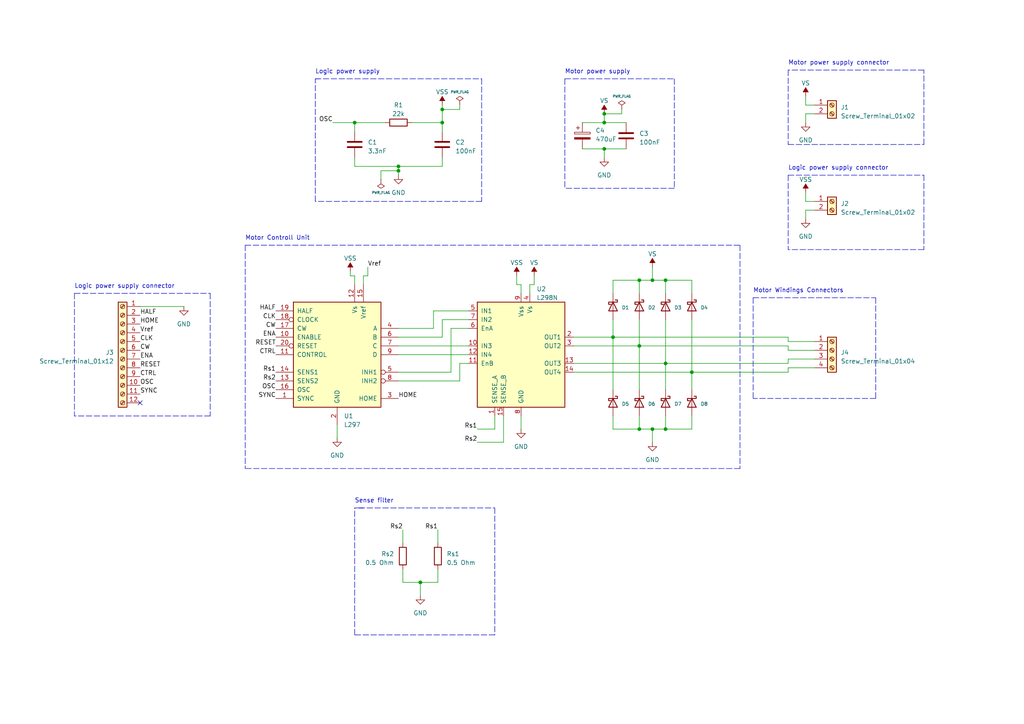
<source format=kicad_sch>
(kicad_sch (version 20230121) (generator eeschema)
  (paper "A4")
  (title_block (title "Stepper Motor Controller") (date "2023-04-17") (rev "REV1") (company "Tralalala"))
  (lib_symbols
    (symbol "Connector:Screw_Terminal_01x02" (pin_names (offset 1.016) hide)
      (property "Reference" "J" (at 0 2.54 0))
      (property "Value" "Screw_Terminal_01x02" (at 0 -5.08 0))
      (symbol "Screw_Terminal_01x02_1_1"
        (rectangle (start -1.27 1.27) (end 1.27 -3.81) (stroke (width 0.254)) (fill (type background)))
        (circle (center 0 -2.54) (radius 0.635) (stroke (width 0.1524)))
        (polyline (pts (xy -0.5334 -2.2098) (xy 0.3302 -3.048)) (stroke (width 0.1524)))
        (polyline (pts (xy -0.5334 0.3302) (xy 0.3302 -0.508)) (stroke (width 0.1524)))
        (polyline (pts (xy -0.3556 -2.032) (xy 0.508 -2.8702)) (stroke (width 0.1524)))
        (polyline (pts (xy -0.3556 0.508) (xy 0.508 -0.3302)) (stroke (width 0.1524)))
        (circle (center 0 0) (radius 0.635) (stroke (width 0.1524)))
        (pin passive line (at -5.08 0 0) (length 3.81) (name "Pin_1") (number "1"))
        (pin passive line (at -5.08 -2.54 0) (length 3.81) (name "Pin_2") (number "2"))
      )
    )
    (symbol "Connector:Screw_Terminal_01x04" (pin_names (offset 1.016) hide)
      (property "Reference" "J" (at 0 5.08 0))
      (property "Value" "Screw_Terminal_01x04" (at 0 -7.62 0))
      (symbol "Screw_Terminal_01x04_1_1"
        (rectangle (start -1.27 3.81) (end 1.27 -6.35) (stroke (width 0.254)) (fill (type background)))
        (circle (center 0 -5.08) (radius 0.635) (stroke (width 0.1524)))
        (circle (center 0 -2.54) (radius 0.635) (stroke (width 0.1524)))
        (polyline (pts (xy -0.5334 -4.7498) (xy 0.3302 -5.588)) (stroke (width 0.1524)))
        (polyline (pts (xy -0.5334 -2.2098) (xy 0.3302 -3.048)) (stroke (width 0.1524)))
        (polyline (pts (xy -0.5334 0.3302) (xy 0.3302 -0.508)) (stroke (width 0.1524)))
        (polyline (pts (xy -0.5334 2.8702) (xy 0.3302 2.032)) (stroke (width 0.1524)))
        (polyline (pts (xy -0.3556 -4.572) (xy 0.508 -5.4102)) (stroke (width 0.1524)))
        (polyline (pts (xy -0.3556 -2.032) (xy 0.508 -2.8702)) (stroke (width 0.1524)))
        (polyline (pts (xy -0.3556 0.508) (xy 0.508 -0.3302)) (stroke (width 0.1524)))
        (polyline (pts (xy -0.3556 3.048) (xy 0.508 2.2098)) (stroke (width 0.1524)))
        (circle (center 0 0) (radius 0.635) (stroke (width 0.1524)))
        (circle (center 0 2.54) (radius 0.635) (stroke (width 0.1524)))
        (pin passive line (at -5.08 2.54 0) (length 3.81) (name "Pin_1") (number "1"))
        (pin passive line (at -5.08 0 0) (length 3.81) (name "Pin_2") (number "2"))
        (pin passive line (at -5.08 -2.54 0) (length 3.81) (name "Pin_3") (number "3"))
        (pin passive line (at -5.08 -5.08 0) (length 3.81) (name "Pin_4") (number "4"))
      )
    )
    (symbol "Connector:Screw_Terminal_01x12" (pin_names (offset 1.016) hide)
      (property "Reference" "J" (at 0 15.24 0))
      (property "Value" "Screw_Terminal_01x12" (at 0 -17.78 0))
      (symbol "Screw_Terminal_01x12_1_1"
        (rectangle (start -1.27 13.97) (end 1.27 -16.51) (stroke (width 0.254)) (fill (type background)))
        (circle (center 0 -15.24) (radius 0.635) (stroke (width 0.1524)))
        (circle (center 0 -12.7) (radius 0.635) (stroke (width 0.1524)))
        (circle (center 0 -10.16) (radius 0.635) (stroke (width 0.1524)))
        (circle (center 0 -7.62) (radius 0.635) (stroke (width 0.1524)))
        (circle (center 0 -5.08) (radius 0.635) (stroke (width 0.1524)))
        (circle (center 0 -2.54) (radius 0.635) (stroke (width 0.1524)))
        (polyline (pts (xy -0.5334 -14.9098) (xy 0.3302 -15.748)) (stroke (width 0.1524)))
        (polyline (pts (xy -0.5334 -12.3698) (xy 0.3302 -13.208)) (stroke (width 0.1524)))
        (polyline (pts (xy -0.5334 -9.8298) (xy 0.3302 -10.668)) (stroke (width 0.1524)))
        (polyline (pts (xy -0.5334 -7.2898) (xy 0.3302 -8.128)) (stroke (width 0.1524)))
        (polyline (pts (xy -0.5334 -4.7498) (xy 0.3302 -5.588)) (stroke (width 0.1524)))
        (polyline (pts (xy -0.5334 -2.2098) (xy 0.3302 -3.048)) (stroke (width 0.1524)))
        (polyline (pts (xy -0.5334 0.3302) (xy 0.3302 -0.508)) (stroke (width 0.1524)))
        (polyline (pts (xy -0.5334 2.8702) (xy 0.3302 2.032)) (stroke (width 0.1524)))
        (polyline (pts (xy -0.5334 5.4102) (xy 0.3302 4.572)) (stroke (width 0.1524)))
        (polyline (pts (xy -0.5334 7.9502) (xy 0.3302 7.112)) (stroke (width 0.1524)))
        (polyline (pts (xy -0.5334 10.4902) (xy 0.3302 9.652)) (stroke (width 0.1524)))
        (polyline (pts (xy -0.5334 13.0302) (xy 0.3302 12.192)) (stroke (width 0.1524)))
        (polyline (pts (xy -0.3556 -14.732) (xy 0.508 -15.5702)) (stroke (width 0.1524)))
        (polyline (pts (xy -0.3556 -12.192) (xy 0.508 -13.0302)) (stroke (width 0.1524)))
        (polyline (pts (xy -0.3556 -9.652) (xy 0.508 -10.4902)) (stroke (width 0.1524)))
        (polyline (pts (xy -0.3556 -7.112) (xy 0.508 -7.9502)) (stroke (width 0.1524)))
        (polyline (pts (xy -0.3556 -4.572) (xy 0.508 -5.4102)) (stroke (width 0.1524)))
        (polyline (pts (xy -0.3556 -2.032) (xy 0.508 -2.8702)) (stroke (width 0.1524)))
        (polyline (pts (xy -0.3556 0.508) (xy 0.508 -0.3302)) (stroke (width 0.1524)))
        (polyline (pts (xy -0.3556 3.048) (xy 0.508 2.2098)) (stroke (width 0.1524)))
        (polyline (pts (xy -0.3556 5.588) (xy 0.508 4.7498)) (stroke (width 0.1524)))
        (polyline (pts (xy -0.3556 8.128) (xy 0.508 7.2898)) (stroke (width 0.1524)))
        (polyline (pts (xy -0.3556 10.668) (xy 0.508 9.8298)) (stroke (width 0.1524)))
        (polyline (pts (xy -0.3556 13.208) (xy 0.508 12.3698)) (stroke (width 0.1524)))
        (circle (center 0 0) (radius 0.635) (stroke (width 0.1524)))
        (circle (center 0 2.54) (radius 0.635) (stroke (width 0.1524)))
        (circle (center 0 5.08) (radius 0.635) (stroke (width 0.1524)))
        (circle (center 0 7.62) (radius 0.635) (stroke (width 0.1524)))
        (circle (center 0 10.16) (radius 0.635) (stroke (width 0.1524)))
        (circle (center 0 12.7) (radius 0.635) (stroke (width 0.1524)))
        (pin passive line (at -5.08 12.7 0) (length 3.81) (name "Pin_1") (number "1"))
        (pin passive line (at -5.08 -10.16 0) (length 3.81) (name "Pin_10") (number "10"))
        (pin passive line (at -5.08 -12.7 0) (length 3.81) (name "Pin_11") (number "11"))
        (pin passive line (at -5.08 -15.24 0) (length 3.81) (name "Pin_12") (number "12"))
        (pin passive line (at -5.08 10.16 0) (length 3.81) (name "Pin_2") (number "2"))
        (pin passive line (at -5.08 7.62 0) (length 3.81) (name "Pin_3") (number "3"))
        (pin passive line (at -5.08 5.08 0) (length 3.81) (name "Pin_4") (number "4"))
        (pin passive line (at -5.08 2.54 0) (length 3.81) (name "Pin_5") (number "5"))
        (pin passive line (at -5.08 0 0) (length 3.81) (name "Pin_6") (number "6"))
        (pin passive line (at -5.08 -2.54 0) (length 3.81) (name "Pin_7") (number "7"))
        (pin passive line (at -5.08 -5.08 0) (length 3.81) (name "Pin_8") (number "8"))
        (pin passive line (at -5.08 -7.62 0) (length 3.81) (name "Pin_9") (number "9"))
      )
    )
    (symbol "Device:C" (pin_numbers hide) (pin_names (offset 0.254))
      (property "Reference" "C" (at 0.635 2.54 0))
      (property "Value" "C" (at 0.635 -2.54 0))
      (symbol "C_0_1"
        (polyline (pts (xy -2.032 -0.762) (xy 2.032 -0.762)) (stroke (width 0.508)))
        (polyline (pts (xy -2.032 0.762) (xy 2.032 0.762)) (stroke (width 0.508)))
      )
      (symbol "C_1_1"
        (pin passive line (at 0 3.81 270) (length 2.794) (name "~") (number "1"))
        (pin passive line (at 0 -3.81 90) (length 2.794) (name "~") (number "2"))
      )
    )
    (symbol "Device:C_Polarized" (pin_numbers hide) (pin_names (offset 0.254))
      (property "Reference" "C" (at 0.635 2.54 0))
      (property "Value" "C_Polarized" (at 0.635 -2.54 0))
      (symbol "C_Polarized_0_1"
        (rectangle (start -2.286 0.508) (end 2.286 1.016))
        (polyline (pts (xy -1.778 2.286) (xy -0.762 2.286)))
        (polyline (pts (xy -1.27 2.794) (xy -1.27 1.778)))
        (rectangle (start 2.286 -0.508) (end -2.286 -1.016) (fill (type outline)))
      )
      (symbol "C_Polarized_1_1"
        (pin passive line (at 0 3.81 270) (length 2.794) (name "~") (number "1"))
        (pin passive line (at 0 -3.81 90) (length 2.794) (name "~") (number "2"))
      )
    )
    (symbol "Device:D_Schottky" (pin_numbers hide) (pin_names (offset 1.016) hide)
      (property "Reference" "D" (at 0 2.54 0))
      (property "Value" "D_Schottky" (at 0 -2.54 0))
      (symbol "D_Schottky_0_1"
        (polyline (pts (xy 1.27 0) (xy -1.27 0)))
        (polyline (pts (xy 1.27 1.27) (xy 1.27 -1.27) (xy -1.27 0) (xy 1.27 1.27)) (stroke (width 0.254)))
        (polyline (pts (xy -1.905 0.635) (xy -1.905 1.27) (xy -1.27 1.27) (xy -1.27 -1.27) (xy -0.635 -1.27) (xy -0.635 -0.635)) (stroke (width 0.254)))
      )
      (symbol "D_Schottky_1_1"
        (pin passive line (at -3.81 0 0) (length 2.54) (name "K") (number "1"))
        (pin passive line (at 3.81 0 180) (length 2.54) (name "A") (number "2"))
      )
    )
    (symbol "Device:R" (pin_numbers hide) (pin_names (offset 0))
      (property "Reference" "R" (at 2.032 0 90))
      (property "Value" "R" (at 0 0 90))
      (symbol "R_0_1"
        (rectangle (start -1.016 -2.54) (end 1.016 2.54) (stroke (width 0.254)))
      )
      (symbol "R_1_1"
        (pin passive line (at 0 3.81 270) (length 1.27) (name "~") (number "1"))
        (pin passive line (at 0 -3.81 90) (length 1.27) (name "~") (number "2"))
      )
    )
    (symbol "Driver_Motor:L297" (pin_names (offset 1.016))
      (property "Reference" "U" (at -6.35 19.05 0))
      (property "Value" "L297" (at -6.35 16.51 0))
      (symbol "L297_0_1"
        (rectangle (start -12.7 15.24) (end 12.7 -15.24) (stroke (width 0.254)) (fill (type background)))
      )
      (symbol "L297_1_0"
        (pin input line (at -17.78 0 0) (length 5.08) (name "CONTROL") (number "11"))
        (pin power_in line (at 5.08 20.32 270) (length 5.08) (name "Vs") (number "12"))
        (pin input line (at -17.78 -7.62 0) (length 5.08) (name "SENS2") (number "13"))
        (pin input line (at -17.78 -5.08 0) (length 5.08) (name "SENS1") (number "14"))
        (pin input line (at 7.62 20.32 270) (length 5.08) (name "Vref") (number "15"))
        (pin input line (at -17.78 -10.16 0) (length 5.08) (name "OSC") (number "16"))
        (pin input line (at -17.78 7.62 0) (length 5.08) (name "CW") (number "17"))
        (pin input inverted (at -17.78 10.16 0) (length 5.08) (name "CLOCK") (number "18"))
        (pin input line (at -17.78 12.7 0) (length 5.08) (name "HALF") (number "19"))
        (pin input inverted (at -17.78 2.54 0) (length 5.08) (name "RESET") (number "20"))
      )
      (symbol "L297_1_1"
        (pin bidirectional line (at -17.78 -12.7 0) (length 5.08) (name "SYNC") (number "1"))
        (pin input line (at -17.78 5.08 0) (length 5.08) (name "ENABLE") (number "10"))
        (pin power_in line (at 0 -20.32 90) (length 5.08) (name "GND") (number "2"))
        (pin open_collector line (at 17.78 -12.7 180) (length 5.08) (name "HOME") (number "3"))
        (pin output line (at 17.78 7.62 180) (length 5.08) (name "A") (number "4"))
        (pin output inverted (at 17.78 -5.08 180) (length 5.08) (name "INH1") (number "5"))
        (pin output line (at 17.78 5.08 180) (length 5.08) (name "B") (number "6"))
        (pin output line (at 17.78 2.54 180) (length 5.08) (name "C") (number "7"))
        (pin output inverted (at 17.78 -7.62 180) (length 5.08) (name "INH2") (number "8"))
        (pin output line (at 17.78 0 180) (length 5.08) (name "D") (number "9"))
      )
    )
    (symbol "Driver_Motor:L298N" (pin_names (offset 1.016))
      (property "Reference" "U" (at -10.16 16.51 0))
      (property "Value" "L298N" (at 12.7 16.51 0))
      (symbol "L298N_0_1"
        (rectangle (start -12.7 15.24) (end 12.7 -15.24) (stroke (width 0.254)) (fill (type background)))
      )
      (symbol "L298N_1_1"
        (pin power_in line (at -7.62 -17.78 90) (length 2.54) (name "SENSE_A") (number "1"))
        (pin input line (at -15.24 2.54 0) (length 2.54) (name "IN3") (number "10"))
        (pin input line (at -15.24 -2.54 0) (length 2.54) (name "EnB") (number "11"))
        (pin input line (at -15.24 0 0) (length 2.54) (name "IN4") (number "12"))
        (pin output line (at 15.24 -2.54 180) (length 2.54) (name "OUT3") (number "13"))
        (pin output line (at 15.24 -5.08 180) (length 2.54) (name "OUT4") (number "14"))
        (pin power_in line (at -5.08 -17.78 90) (length 2.54) (name "SENSE_B") (number "15"))
        (pin output line (at 15.24 5.08 180) (length 2.54) (name "OUT1") (number "2"))
        (pin output line (at 15.24 2.54 180) (length 2.54) (name "OUT2") (number "3"))
        (pin power_in line (at 2.54 17.78 270) (length 2.54) (name "Vs") (number "4"))
        (pin input line (at -15.24 12.7 0) (length 2.54) (name "IN1") (number "5"))
        (pin input line (at -15.24 7.62 0) (length 2.54) (name "EnA") (number "6"))
        (pin input line (at -15.24 10.16 0) (length 2.54) (name "IN2") (number "7"))
        (pin power_in line (at 0 -17.78 90) (length 2.54) (name "GND") (number "8"))
        (pin power_in line (at 0 17.78 270) (length 2.54) (name "Vss") (number "9"))
      )
    )
    (symbol "power:GND" (power) (pin_names (offset 0))
      (property "Value" "GND" (at 0 -3.81 0))
      (symbol "GND_0_1"
        (polyline (pts (xy 0 0) (xy 0 -1.27) (xy 1.27 -1.27) (xy 0 -2.54) (xy -1.27 -1.27) (xy 0 -1.27)))
      )
      (symbol "GND_1_1"
        (pin power_in line (at 0 0 270) (length 0) hide (name "GND") (number "1"))
      )
    )
    (symbol "power:PWR_FLAG" (power) (pin_numbers hide) (pin_names (offset 0) hide)
      (property "Value" "PWR_FLAG" (at 0 3.81 0))
      (symbol "PWR_FLAG_0_0"
        (pin power_out line (at 0 0 90) (length 0) (name "pwr") (number "1"))
      )
      (symbol "PWR_FLAG_0_1"
        (polyline (pts (xy 0 0) (xy 0 1.27) (xy -1.016 1.905) (xy 0 2.54) (xy 1.016 1.905) (xy 0 1.27)))
      )
    )
    (symbol "power:VS" (power) (pin_names (offset 0))
      (property "Value" "VS" (at 0 3.81 0))
      (symbol "VS_0_1"
        (polyline (pts (xy 0 0) (xy 0 2.54)))
        (polyline (pts (xy 0.762 1.27) (xy -0.762 1.27) (xy 0 2.54) (xy 0.762 1.27)) (fill (type outline)))
      )
      (symbol "VS_1_1"
        (pin power_in line (at 0 0 90) (length 0) hide (name "VS") (number "1"))
      )
    )
    (symbol "power:VSS" (power) (pin_names (offset 0))
      (property "Value" "VSS" (at 0 3.81 0))
      (symbol "VSS_0_1"
        (polyline (pts (xy 0 0) (xy 0 2.54)))
        (polyline (pts (xy 0.762 1.27) (xy -0.762 1.27) (xy 0 2.54) (xy 0.762 1.27)) (fill (type outline)))
      )
      (symbol "VSS_1_1"
        (pin power_in line (at 0 0 90) (length 0) hide (name "VSS") (number "1"))
      )
    )
  )
  (junction (at 193.04 81.28))
  (junction (at 177.8 97.79))
  (junction (at 175.26 35.56))
  (junction (at 185.42 81.28))
  (junction (at 121.92 168.91))
  (junction (at 115.57 48.26))
  (junction (at 128.27 35.56))
  (junction (at 193.04 124.46))
  (junction (at 175.26 33.02))
  (junction (at 102.87 35.56))
  (junction (at 189.23 81.28))
  (junction (at 185.42 124.46))
  (junction (at 189.23 124.46))
  (junction (at 115.57 49.53))
  (junction (at 193.04 105.41))
  (junction (at 175.26 43.18))
  (junction (at 200.66 107.95))
  (junction (at 185.42 100.33))
  (junction (at 128.27 31.75))
  (no_connect (at 40.64 116.84))
  (wire (pts (xy 177.8 124.46) (xy 177.8 120.65)))
  (wire (pts (xy 151.13 82.55) (xy 151.13 85.09)))
  (wire (pts (xy 200.66 107.95) (xy 228.6 107.95)))
  (wire (pts (xy 130.81 107.95) (xy 130.81 95.25)))
  (polyline (pts (xy 267.97 41.91) (xy 267.97 20.32)) (stroke (width 0) (type dash)))
  (wire (pts (xy 166.37 107.95) (xy 200.66 107.95)))
  (wire (pts (xy 189.23 77.47) (xy 189.23 81.28)))
  (polyline (pts (xy 91.44 22.86) (xy 139.7 22.86)) (stroke (width 0) (type dash)))
  (polyline (pts (xy 71.12 71.12) (xy 71.12 135.89)) (stroke (width 0) (type dash)))
  (wire (pts (xy 175.26 35.56) (xy 181.61 35.56)))
  (polyline (pts (xy 228.6 50.8) (xy 267.97 50.8)) (stroke (width 0) (type dash)))
  (wire (pts (xy 143.51 120.65) (xy 143.51 124.46)))
  (wire (pts (xy 110.49 52.07) (xy 110.49 49.53)))
  (wire (pts (xy 133.35 30.48) (xy 133.35 31.75)))
  (polyline (pts (xy 102.87 184.15) (xy 102.87 147.32)) (stroke (width 0) (type dash)))
  (wire (pts (xy 180.34 31.75) (xy 180.34 33.02)))
  (wire (pts (xy 102.87 48.26) (xy 115.57 48.26)))
  (polyline (pts (xy 139.7 58.42) (xy 91.44 58.42)) (stroke (width 0) (type dash)))
  (wire (pts (xy 130.81 95.25) (xy 135.89 95.25)))
  (polyline (pts (xy 102.87 147.32) (xy 105.41 147.32)))
  (wire (pts (xy 128.27 31.75) (xy 128.27 35.56)))
  (wire (pts (xy 166.37 97.79) (xy 177.8 97.79)))
  (wire (pts (xy 105.41 80.01) (xy 105.41 82.55)))
  (wire (pts (xy 200.66 81.28) (xy 200.66 85.09)))
  (wire (pts (xy 97.79 123.19) (xy 97.79 127)))
  (wire (pts (xy 185.42 100.33) (xy 228.6 100.33)))
  (wire (pts (xy 177.8 97.79) (xy 177.8 113.03)))
  (wire (pts (xy 110.49 49.53) (xy 115.57 49.53)))
  (wire (pts (xy 115.57 100.33) (xy 135.89 100.33)))
  (wire (pts (xy 128.27 92.71) (xy 135.89 92.71)))
  (wire (pts (xy 115.57 48.26) (xy 128.27 48.26)))
  (polyline (pts (xy 21.59 85.09) (xy 21.59 120.65)) (stroke (width 0) (type dash)))
  (wire (pts (xy 154.94 82.55) (xy 153.67 82.55)))
  (wire (pts (xy 166.37 100.33) (xy 185.42 100.33)))
  (polyline (pts (xy 60.96 85.09) (xy 60.96 120.65)) (stroke (width 0) (type dash)))
  (wire (pts (xy 233.68 30.48) (xy 236.22 30.48)))
  (wire (pts (xy 115.57 48.26) (xy 115.57 49.53)))
  (polyline (pts (xy 163.83 22.86) (xy 163.83 54.61)) (stroke (width 0) (type dash)))
  (polyline (pts (xy 91.44 58.42) (xy 91.44 22.86)) (stroke (width 0) (type dash)))
  (polyline (pts (xy 71.12 71.12) (xy 214.63 71.12)) (stroke (width 0) (type dash)))
  (wire (pts (xy 228.6 100.33) (xy 228.6 101.6)))
  (wire (pts (xy 154.94 80.01) (xy 154.94 82.55)))
  (wire (pts (xy 233.68 58.42) (xy 233.68 55.88)))
  (wire (pts (xy 116.84 165.1) (xy 116.84 168.91)))
  (wire (pts (xy 116.84 168.91) (xy 121.92 168.91)))
  (polyline (pts (xy 254 115.57) (xy 218.44 115.57)) (stroke (width 0) (type dash)))
  (wire (pts (xy 228.6 97.79) (xy 228.6 99.06)))
  (wire (pts (xy 228.6 106.68) (xy 236.22 106.68)))
  (wire (pts (xy 166.37 105.41) (xy 193.04 105.41)))
  (wire (pts (xy 149.86 82.55) (xy 151.13 82.55)))
  (wire (pts (xy 228.6 99.06) (xy 236.22 99.06)))
  (wire (pts (xy 127 165.1) (xy 127 168.91)))
  (wire (pts (xy 115.57 102.87) (xy 135.89 102.87)))
  (wire (pts (xy 228.6 101.6) (xy 236.22 101.6)))
  (wire (pts (xy 168.91 43.18) (xy 175.26 43.18)))
  (wire (pts (xy 236.22 58.42) (xy 233.68 58.42)))
  (wire (pts (xy 200.66 124.46) (xy 193.04 124.46)))
  (polyline (pts (xy 139.7 22.86) (xy 139.7 58.42)) (stroke (width 0) (type dash)))
  (wire (pts (xy 102.87 35.56) (xy 102.87 38.1)))
  (wire (pts (xy 236.22 33.02) (xy 233.68 33.02)))
  (wire (pts (xy 175.26 43.18) (xy 181.61 43.18)))
  (polyline (pts (xy 218.44 86.36) (xy 254 86.36)) (stroke (width 0) (type dash)))
  (wire (pts (xy 177.8 92.71) (xy 177.8 97.79)))
  (wire (pts (xy 200.66 92.71) (xy 200.66 107.95)))
  (wire (pts (xy 185.42 124.46) (xy 177.8 124.46)))
  (wire (pts (xy 193.04 105.41) (xy 193.04 113.03)))
  (wire (pts (xy 193.04 120.65) (xy 193.04 124.46)))
  (wire (pts (xy 185.42 81.28) (xy 189.23 81.28)))
  (wire (pts (xy 121.92 168.91) (xy 121.92 172.72)))
  (wire (pts (xy 138.43 124.46) (xy 143.51 124.46)))
  (wire (pts (xy 115.57 110.49) (xy 133.35 110.49)))
  (wire (pts (xy 189.23 124.46) (xy 189.23 128.27)))
  (wire (pts (xy 228.6 104.14) (xy 236.22 104.14)))
  (polyline (pts (xy 218.44 86.36) (xy 218.44 115.57)) (stroke (width 0) (type dash)))
  (wire (pts (xy 233.68 60.96) (xy 233.68 63.5)))
  (wire (pts (xy 115.57 95.25) (xy 125.73 95.25)))
  (polyline (pts (xy 267.97 50.8) (xy 267.97 72.39)) (stroke (width 0) (type dash)))
  (wire (pts (xy 185.42 100.33) (xy 185.42 113.03)))
  (wire (pts (xy 128.27 48.26) (xy 128.27 45.72)))
  (polyline (pts (xy 267.97 20.32) (xy 228.6 20.32)) (stroke (width 0) (type dash)))
  (wire (pts (xy 185.42 81.28) (xy 185.42 85.09)))
  (wire (pts (xy 200.66 120.65) (xy 200.66 124.46)))
  (wire (pts (xy 106.68 77.47) (xy 106.68 80.01)))
  (wire (pts (xy 128.27 35.56) (xy 128.27 38.1)))
  (wire (pts (xy 138.43 128.27) (xy 146.05 128.27)))
  (wire (pts (xy 185.42 92.71) (xy 185.42 100.33)))
  (wire (pts (xy 146.05 120.65) (xy 146.05 128.27)))
  (wire (pts (xy 96.52 35.56) (xy 102.87 35.56)))
  (wire (pts (xy 106.68 80.01) (xy 105.41 80.01)))
  (wire (pts (xy 193.04 81.28) (xy 200.66 81.28)))
  (wire (pts (xy 102.87 45.72) (xy 102.87 48.26)))
  (wire (pts (xy 102.87 35.56) (xy 111.76 35.56)))
  (wire (pts (xy 193.04 81.28) (xy 193.04 85.09)))
  (wire (pts (xy 189.23 124.46) (xy 185.42 124.46)))
  (wire (pts (xy 115.57 49.53) (xy 115.57 50.8)))
  (polyline (pts (xy 163.83 22.86) (xy 195.58 22.86)) (stroke (width 0) (type dash)))
  (wire (pts (xy 236.22 60.96) (xy 233.68 60.96)))
  (wire (pts (xy 149.86 80.01) (xy 149.86 82.55)))
  (polyline (pts (xy 91.44 22.86) (xy 92.71 22.86)))
  (wire (pts (xy 200.66 107.95) (xy 200.66 113.03)))
  (wire (pts (xy 233.68 33.02) (xy 233.68 35.56)))
  (wire (pts (xy 116.84 153.67) (xy 116.84 157.48)))
  (wire (pts (xy 153.67 82.55) (xy 153.67 85.09)))
  (wire (pts (xy 102.87 80.01) (xy 102.87 82.55)))
  (wire (pts (xy 101.6 78.74) (xy 101.6 80.01)))
  (wire (pts (xy 128.27 97.79) (xy 128.27 92.71)))
  (wire (pts (xy 180.34 33.02) (xy 175.26 33.02)))
  (wire (pts (xy 40.64 88.9) (xy 53.34 88.9)))
  (polyline (pts (xy 195.58 54.61) (xy 163.83 54.61)) (stroke (width 0) (type dash)))
  (wire (pts (xy 228.6 105.41) (xy 228.6 104.14)))
  (polyline (pts (xy 21.59 85.09) (xy 60.96 85.09)) (stroke (width 0) (type dash)))
  (polyline (pts (xy 228.6 20.32) (xy 228.6 41.91)) (stroke (width 0) (type dash)))
  (polyline (pts (xy 214.63 71.12) (xy 214.63 135.89)) (stroke (width 0) (type dash)))
  (wire (pts (xy 151.13 120.65) (xy 151.13 124.46)))
  (wire (pts (xy 119.38 35.56) (xy 128.27 35.56)))
  (wire (pts (xy 177.8 81.28) (xy 185.42 81.28)))
  (wire (pts (xy 115.57 97.79) (xy 128.27 97.79)))
  (wire (pts (xy 168.91 35.56) (xy 175.26 35.56)))
  (polyline (pts (xy 228.6 41.91) (xy 267.97 41.91)) (stroke (width 0) (type dash)))
  (wire (pts (xy 175.26 43.18) (xy 175.26 45.72)))
  (wire (pts (xy 133.35 110.49) (xy 133.35 105.41)))
  (wire (pts (xy 121.92 168.91) (xy 127 168.91)))
  (wire (pts (xy 101.6 80.01) (xy 102.87 80.01)))
  (polyline (pts (xy 267.97 72.39) (xy 228.6 72.39)) (stroke (width 0) (type dash)))
  (wire (pts (xy 175.26 33.02) (xy 175.26 35.56)))
  (polyline (pts (xy 143.51 147.32) (xy 143.51 184.15)) (stroke (width 0) (type dash)))
  (wire (pts (xy 177.8 85.09) (xy 177.8 81.28)))
  (wire (pts (xy 133.35 105.41) (xy 135.89 105.41)))
  (polyline (pts (xy 214.63 135.89) (xy 71.12 135.89)) (stroke (width 0) (type dash)))
  (wire (pts (xy 193.04 92.71) (xy 193.04 105.41)))
  (wire (pts (xy 193.04 105.41) (xy 228.6 105.41)))
  (wire (pts (xy 128.27 30.48) (xy 128.27 31.75)))
  (wire (pts (xy 115.57 107.95) (xy 130.81 107.95)))
  (wire (pts (xy 189.23 81.28) (xy 193.04 81.28)))
  (polyline (pts (xy 104.14 147.32) (xy 143.51 147.32)) (stroke (width 0) (type dash)))
  (wire (pts (xy 125.73 95.25) (xy 125.73 90.17)))
  (polyline (pts (xy 195.58 22.86) (xy 195.58 54.61)) (stroke (width 0) (type dash)))
  (wire (pts (xy 125.73 90.17) (xy 135.89 90.17)))
  (wire (pts (xy 133.35 31.75) (xy 128.27 31.75)))
  (polyline (pts (xy 143.51 184.15) (xy 102.87 184.15)) (stroke (width 0) (type dash)))
  (wire (pts (xy 127 153.67) (xy 127 157.48)))
  (wire (pts (xy 193.04 124.46) (xy 189.23 124.46)))
  (polyline (pts (xy 254 86.36) (xy 254 115.57)) (stroke (width 0) (type dash)))
  (wire (pts (xy 177.8 97.79) (xy 228.6 97.79)))
  (wire (pts (xy 228.6 107.95) (xy 228.6 106.68)))
  (wire (pts (xy 233.68 27.94) (xy 233.68 30.48)))
  (wire (pts (xy 185.42 120.65) (xy 185.42 124.46)))
  (polyline (pts (xy 60.96 120.65) (xy 21.59 120.65)) (stroke (width 0) (type dash)))
  (polyline (pts (xy 228.6 50.8) (xy 228.6 72.39)) (stroke (width 0) (type dash)))
  (text "Sense filter" (at 102.87 146.05 0) (effects (font (size 1.27 1.27)) (justify left bottom)))
  (text "Motor power supply connector" (at 228.6 19.05 0) (effects (font (size 1.27 1.27)) (justify left bottom)))
  (text "Motor power supply" (at 163.83 21.59 0) (effects (font (size 1.27 1.27)) (justify left bottom)))
  (text "Logic power supply" (at 91.44 21.59 0) (effects (font (size 1.27 1.27)) (justify left bottom)))
  (text "Logic power supply connector" (at 21.59 83.82 0) (effects (font (size 1.27 1.27)) (justify left bottom)))
  (text "Motor Windings Connectors\n" (at 218.44 85.09 0) (effects (font (size 1.27 1.27)) (justify left bottom)))
  (text "Motor Controll Unit" (at 71.12 69.85 0) (effects (font (size 1.27 1.27)) (justify left bottom)))
  (text "Logic power supply connector" (at 228.6 49.53 0) (effects (font (size 1.27 1.27)) (justify left bottom)))
  (label "Rs2" (at 116.84 153.67 180))
  (label "OSC" (at 40.64 111.76 0))
  (label "Rs1" (at 138.43 124.46 180))
  (label "SYNC" (at 80.01 115.57 180))
  (label "CLK" (at 80.01 92.71 180))
  (label "CW" (at 80.01 95.25 180))
  (label "Rs1" (at 127 153.67 180))
  (label "Rs2" (at 80.01 110.49 180))
  (label "HOME" (at 115.57 115.57 0))
  (label "ENA" (at 40.64 104.14 0))
  (label "Rs2" (at 138.43 128.27 180))
  (label "HALF" (at 80.01 90.17 180))
  (label "Vref" (at 40.64 96.52 0))
  (label "OSC" (at 80.01 113.03 180))
  (label "RESET" (at 80.01 100.33 180))
  (label "CTRL" (at 40.64 109.22 0))
  (label "CLK" (at 40.64 99.06 0))
  (label "HOME" (at 40.64 93.98 0))
  (label "Rs1" (at 80.01 107.95 180))
  (label "CTRL" (at 80.01 102.87 180))
  (label "HALF" (at 40.64 91.44 0))
  (label "Vref" (at 106.68 77.47 0))
  (label "RESET" (at 40.64 106.68 0))
  (label "OSC" (at 96.52 35.56 180))
  (label "CW" (at 40.64 101.6 0))
  (label "SYNC" (at 40.64 114.3 0))
  (label "ENA" (at 80.01 97.79 180))
  (symbol (lib_id "Device:C") (at 181.61 39.37 0) (unit 1)
    (property "Reference" "C3" (at 185.42 38.735 0) (effects (justify left)))
    (property "Value" "100nF" (at 185.42 41.275 0) (effects (justify left)))
    (property "Footprint" "Capacitor_THT:C_Rect_L7.5mm_W6.5mm_P5.00mm" (effects hide))
  )
  (symbol (lib_id "power:GND") (at 53.34 88.9 0) (unit 1)
    (property "Reference" "#PWR017" (effects hide))
    (property "Value" "GND" (at 53.34 93.98 0))
  )
  (symbol (lib_id "Device:C") (at 128.27 41.91 0) (unit 1)
    (property "Reference" "C2" (at 132.08 41.275 0) (effects (justify left)))
    (property "Value" "100nF" (at 132.08 43.815 0) (effects (justify left)))
    (property "Footprint" "Capacitor_THT:C_Rect_L7.5mm_W6.5mm_P5.00mm" (effects hide))
  )
  (symbol (lib_id "power:GND") (at 115.57 50.8 0) (unit 1)
    (property "Reference" "#PWR04" (effects hide))
    (property "Value" "GND" (at 115.57 55.88 0))
  )
  (symbol (lib_id "power:VSS") (at 149.86 80.01 0) (unit 1)
    (property "Reference" "#PWR012" (effects hide))
    (property "Value" "VSS" (at 149.86 76.2 0))
  )
  (symbol (lib_id "power:VS") (at 175.26 33.02 0) (unit 1)
    (property "Reference" "#PWR02" (effects hide))
    (property "Value" "VS" (at 175.26 29.21 0))
  )
  (symbol (lib_id "Device:D_Schottky") (at 193.04 116.84 270) (unit 1)
    (property "Reference" "D7" (at 195.58 117.1575 90) (effects (font (size 1 1)) (justify left)))
    (property "Value" "D_Schottky" (effects hide))
    (property "Footprint" "Diode_THT:D_DO-27_P15.24mm_Horizontal" (effects hide))
  )
  (symbol (lib_id "Connector:Screw_Terminal_01x02") (at 241.3 30.48 0) (unit 1)
    (property "Reference" "J1" (at 243.84 31.115 0) (effects (justify left)))
    (property "Value" "Screw_Terminal_01x02" (at 243.84 33.655 0) (effects (justify left)))
    (property "Footprint" "TerminalBlock_Phoenix:TerminalBlock_Phoenix_MKDS-1,5-2-5.08_1x02_P5.08mm_Horizontal" (effects hide))
  )
  (symbol (lib_id "power:PWR_FLAG") (at 180.34 31.75 0) (unit 1)
    (property "Reference" "#FLG01" (effects hide))
    (property "Value" "PWR_FLAG" (at 180.34 27.94 0) (effects (font (size 0.7 0.7))))
  )
  (symbol (lib_id "Device:R") (at 127 161.29 0) (unit 1)
    (property "Reference" "Rs1" (at 129.54 160.655 0) (effects (justify left)))
    (property "Value" "0.5 Ohm" (at 129.54 163.195 0) (effects (justify left)))
    (property "Footprint" "Resistor_THT:R_Axial_DIN0414_L11.9mm_D4.5mm_P15.24mm_Horizontal" (effects hide))
  )
  (symbol (lib_id "power:GND") (at 121.92 172.72 0) (unit 1)
    (property "Reference" "#PWR014" (effects hide))
    (property "Value" "GND" (at 121.92 177.8 0))
  )
  (symbol (lib_id "Device:C_Polarized") (at 168.91 39.37 0) (unit 1)
    (property "Reference" "C4" (at 172.72 37.846 0) (effects (justify left)))
    (property "Value" "470uF" (at 172.72 40.386 0) (effects (justify left)))
    (property "Footprint" "Capacitor_THT:CP_Radial_D13.0mm_P5.00mm" (effects hide))
  )
  (symbol (lib_id "power:GND") (at 233.68 63.5 0) (unit 1)
    (property "Reference" "#PWR08" (effects hide))
    (property "Value" "GND" (at 233.68 68.58 0))
  )
  (symbol (lib_id "Device:D_Schottky") (at 185.42 88.9 270) (unit 1)
    (property "Reference" "D2" (at 187.96 89.2175 90) (effects (font (size 1 1)) (justify left)))
    (property "Value" "D_Schottky" (effects hide))
    (property "Footprint" "Diode_THT:D_DO-27_P15.24mm_Horizontal" (effects hide))
  )
  (symbol (lib_id "power:GND") (at 151.13 124.46 0) (unit 1)
    (property "Reference" "#PWR013" (effects hide))
    (property "Value" "GND" (at 151.13 129.54 0))
  )
  (symbol (lib_id "Driver_Motor:L298N") (at 151.13 102.87 0) (unit 1)
    (property "Reference" "U2" (at 155.6259 83.82 0) (effects (justify left)))
    (property "Value" "L298N" (at 155.6259 86.36 0) (effects (justify left)))
    (property "Footprint" "Package_TO_SOT_THT:TO-220-15_P2.54x2.54mm_StaggerOdd_Lead4.58mm_Vertical" (effects hide))
    (property "Datasheet" "http://www.st.com/st-web-ui/static/active/en/resource/technical/document/datasheet/CD00000240.pdf" (effects hide))
  )
  (symbol (lib_id "Device:D_Schottky") (at 193.04 88.9 270) (unit 1)
    (property "Reference" "D3" (at 195.58 89.2175 90) (effects (font (size 1 1)) (justify left)))
    (property "Value" "D_Schottky" (effects hide))
    (property "Footprint" "Diode_THT:D_DO-27_P15.24mm_Horizontal" (effects hide))
  )
  (symbol (lib_id "power:GND") (at 175.26 45.72 0) (unit 1)
    (property "Reference" "#PWR03" (effects hide))
    (property "Value" "GND" (at 175.26 50.8 0))
  )
  (symbol (lib_id "power:PWR_FLAG") (at 133.35 30.48 0) (unit 1)
    (property "Reference" "#FLG02" (effects hide))
    (property "Value" "PWR_FLAG" (at 133.35 26.67 0) (effects (font (size 0.7 0.7))))
  )
  (symbol (lib_id "power:VSS") (at 233.68 55.88 0) (unit 1)
    (property "Reference" "#PWR07" (effects hide))
    (property "Value" "VSS" (at 233.68 52.07 0))
  )
  (symbol (lib_id "power:VSS") (at 101.6 78.74 0) (unit 1)
    (property "Reference" "#PWR016" (effects hide))
    (property "Value" "VSS" (at 101.6 74.93 0))
  )
  (symbol (lib_id "power:VSS") (at 128.27 30.48 0) (unit 1)
    (property "Reference" "#PWR01" (effects hide))
    (property "Value" "VSS" (at 128.27 26.67 0))
  )
  (symbol (lib_id "power:GND") (at 97.79 127 0) (unit 1)
    (property "Reference" "#PWR015" (effects hide))
    (property "Value" "GND" (at 97.79 132.08 0))
  )
  (symbol (lib_id "Device:D_Schottky") (at 185.42 116.84 270) (unit 1)
    (property "Reference" "D6" (at 187.96 117.1575 90) (effects (font (size 1 1)) (justify left)))
    (property "Value" "D_Schottky" (effects hide))
    (property "Footprint" "Diode_THT:D_DO-27_P15.24mm_Horizontal" (effects hide))
  )
  (symbol (lib_id "Device:D_Schottky") (at 200.66 116.84 270) (unit 1)
    (property "Reference" "D8" (at 203.2 117.1575 90) (effects (font (size 1 1)) (justify left)))
    (property "Value" "D_Schottky" (effects hide))
    (property "Footprint" "Diode_THT:D_DO-27_P15.24mm_Horizontal" (effects hide))
  )
  (symbol (lib_id "Device:R") (at 115.57 35.56 90) (unit 1)
    (property "Reference" "R1" (at 115.57 30.48 90))
    (property "Value" "22k" (at 115.57 33.02 90))
    (property "Footprint" "Resistor_THT:R_Axial_DIN0922_L20.0mm_D9.0mm_P25.40mm_Horizontal" (effects hide))
  )
  (symbol (lib_id "Device:R") (at 116.84 161.29 0) (mirror y) (unit 1)
    (property "Reference" "Rs2" (at 114.3 160.655 0) (effects (justify left)))
    (property "Value" "0.5 Ohm" (at 114.3 163.195 0) (effects (justify left)))
    (property "Footprint" "Resistor_THT:R_Axial_DIN0414_L11.9mm_D4.5mm_P15.24mm_Horizontal" (effects hide))
  )
  (symbol (lib_id "Device:D_Schottky") (at 200.66 88.9 270) (unit 1)
    (property "Reference" "D4" (at 203.2 89.2175 90) (effects (font (size 1 1)) (justify left)))
    (property "Value" "D_Schottky" (effects hide))
    (property "Footprint" "Diode_THT:D_DO-27_P15.24mm_Horizontal" (effects hide))
  )
  (symbol (lib_id "power:VS") (at 233.68 27.94 0) (unit 1)
    (property "Reference" "#PWR05" (effects hide))
    (property "Value" "VS" (at 233.68 24.13 0))
  )
  (symbol (lib_id "Connector:Screw_Terminal_01x12") (at 35.56 101.6 0) (mirror y) (unit 1)
    (property "Reference" "J3" (at 33.02 102.235 0) (effects (justify left)))
    (property "Value" "Screw_Terminal_01x12" (at 33.02 104.775 0) (effects (justify left)))
    (property "Footprint" "TerminalBlock_Phoenix:TerminalBlock_Phoenix_MKDS-3-12-5.08_1x12_P5.08mm_Horizontal" (effects hide))
  )
  (symbol (lib_id "Connector:Screw_Terminal_01x04") (at 241.3 101.6 0) (unit 1)
    (property "Reference" "J4" (at 243.84 102.235 0) (effects (justify left)))
    (property "Value" "Screw_Terminal_01x04" (at 243.84 104.775 0) (effects (justify left)))
    (property "Footprint" "TerminalBlock_Phoenix:TerminalBlock_Phoenix_MKDS-1,5-4-5.08_1x04_P5.08mm_Horizontal" (effects hide))
  )
  (symbol (lib_id "power:VS") (at 154.94 80.01 0) (unit 1)
    (property "Reference" "#PWR011" (effects hide))
    (property "Value" "VS" (at 154.94 76.2 0))
  )
  (symbol (lib_id "Device:D_Schottky") (at 177.8 116.84 270) (unit 1)
    (property "Reference" "D5" (at 180.34 117.1575 90) (effects (font (size 1 1)) (justify left)))
    (property "Value" "D_Schottky" (effects hide))
    (property "Footprint" "Diode_THT:D_DO-27_P15.24mm_Horizontal" (effects hide))
  )
  (symbol (lib_id "power:GND") (at 189.23 128.27 0) (unit 1)
    (property "Reference" "#PWR09" (effects hide))
    (property "Value" "GND" (at 189.23 133.35 0))
  )
  (symbol (lib_id "Driver_Motor:L297") (at 97.79 102.87 0) (unit 1)
    (property "Reference" "U1" (at 99.7459 120.65 0) (effects (justify left)))
    (property "Value" "L297" (at 99.7459 123.19 0) (effects (justify left)))
    (property "Footprint" "Package_DIP:DIP-20_W7.62mm" (effects hide))
    (property "Datasheet" "www.st.com/resource/en/datasheet/cd00000063.pdf" (effects hide))
  )
  (symbol (lib_id "power:PWR_FLAG") (at 110.49 52.07 180) (unit 1)
    (property "Reference" "#FLG03" (effects hide))
    (property "Value" "PWR_FLAG" (at 110.49 55.88 0) (effects (font (size 0.7 0.7))))
  )
  (symbol (lib_id "Device:D_Schottky") (at 177.8 88.9 270) (unit 1)
    (property "Reference" "D1" (at 180.34 89.2175 90) (effects (font (size 1 1)) (justify left)))
    (property "Value" "D_Schottky" (effects hide))
    (property "Footprint" "Diode_THT:D_DO-27_P15.24mm_Horizontal" (effects hide))
  )
  (symbol (lib_id "Device:C") (at 102.87 41.91 0) (unit 1)
    (property "Reference" "C1" (at 106.68 41.275 0) (effects (justify left)))
    (property "Value" "3.3nF" (at 106.68 43.815 0) (effects (justify left)))
    (property "Footprint" "Capacitor_THT:C_Rect_L10.0mm_W3.0mm_P7.50mm_FKS3_FKP3" (effects hide))
  )
  (symbol (lib_id "power:VS") (at 189.23 77.47 0) (unit 1)
    (property "Reference" "#PWR010" (effects hide))
    (property "Value" "VS" (at 189.23 73.66 0))
  )
  (symbol (lib_id "power:GND") (at 233.68 35.56 0) (unit 1)
    (property "Reference" "#PWR06" (effects hide))
    (property "Value" "GND" (at 233.68 40.64 0))
  )
  (symbol (lib_id "Connector:Screw_Terminal_01x02") (at 241.3 58.42 0) (unit 1)
    (property "Reference" "J2" (at 243.84 59.055 0) (effects (justify left)))
    (property "Value" "Screw_Terminal_01x02" (at 243.84 61.595 0) (effects (justify left)))
    (property "Footprint" "TerminalBlock_Phoenix:TerminalBlock_Phoenix_MKDS-1,5-2-5.08_1x02_P5.08mm_Horizontal" (effects hide))
  )
)
</source>
